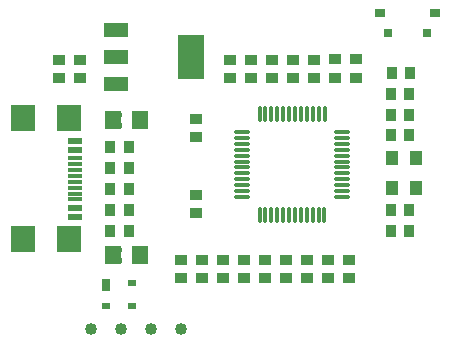
<source format=gtp>
G04*
G04 #@! TF.GenerationSoftware,Altium Limited,Altium Designer,21.2.2 (38)*
G04*
G04 Layer_Color=8421504*
%FSLAX25Y25*%
%MOIN*%
G70*
G04*
G04 #@! TF.SameCoordinates,90EED6A2-F189-4C83-9C70-3762F5BC3ACE*
G04*
G04*
G04 #@! TF.FilePolarity,Positive*
G04*
G01*
G75*
%ADD21R,0.03661X0.03858*%
%ADD22R,0.02756X0.02362*%
%ADD23R,0.02756X0.04331*%
%ADD24R,0.03858X0.03661*%
%ADD25R,0.09055X0.14961*%
%ADD26R,0.07874X0.04724*%
%ADD27R,0.05256X0.05906*%
%ADD28R,0.03543X0.03150*%
%ADD29R,0.03150X0.03150*%
%ADD30R,0.04331X0.05118*%
%ADD31O,0.05906X0.01063*%
%ADD32O,0.01063X0.05906*%
%ADD33R,0.07874X0.08583*%
%ADD34R,0.04528X0.02362*%
%ADD35R,0.04528X0.01181*%
G04:AMPARAMS|DCode=36|XSize=40mil|YSize=40mil|CornerRadius=20mil|HoleSize=0mil|Usage=FLASHONLY|Rotation=0.000|XOffset=0mil|YOffset=0mil|HoleType=Round|Shape=RoundedRectangle|*
%AMROUNDEDRECTD36*
21,1,0.04000,0.00000,0,0,0.0*
21,1,0.00000,0.04000,0,0,0.0*
1,1,0.04000,0.00000,0.00000*
1,1,0.04000,0.00000,0.00000*
1,1,0.04000,0.00000,0.00000*
1,1,0.04000,0.00000,0.00000*
%
%ADD36ROUNDEDRECTD36*%
G36*
X38405Y31059D02*
Y36099D01*
X38602Y36295D01*
X43130D01*
X43327Y36099D01*
X43347Y34484D01*
X41575D01*
Y32713D01*
X43307D01*
X43327Y31059D01*
X43130Y30862D01*
X38602D01*
X38405Y31059D01*
D02*
G37*
G36*
X46870D02*
X46870Y32713D01*
X48622D01*
Y34484D01*
X46890D01*
X46870Y36099D01*
X47067Y36295D01*
X51594D01*
X51791Y36099D01*
Y31059D01*
X51594Y30862D01*
X47067D01*
X46870Y31059D01*
D02*
G37*
G36*
X38405Y76059D02*
Y81099D01*
X38602Y81295D01*
X43130D01*
X43327Y81099D01*
X43347Y79484D01*
X41575D01*
Y77713D01*
X43307D01*
X43327Y76059D01*
X43130Y75862D01*
X38602D01*
X38405Y76059D01*
D02*
G37*
G36*
X46870D02*
X46870Y77713D01*
X48622D01*
Y79484D01*
X46890D01*
X46870Y81099D01*
X47067Y81295D01*
X51594D01*
X51791Y81099D01*
Y76059D01*
X51594Y75862D01*
X47067D01*
X46870Y76059D01*
D02*
G37*
D21*
X45531Y41500D02*
D03*
X39469D02*
D03*
X45531Y48500D02*
D03*
X39469D02*
D03*
X45531Y69500D02*
D03*
X39469D02*
D03*
X39469Y62500D02*
D03*
X45531D02*
D03*
X39469Y55500D02*
D03*
X45531D02*
D03*
X139032Y87250D02*
D03*
X132968D02*
D03*
X132968Y80250D02*
D03*
X139032D02*
D03*
X139281Y94250D02*
D03*
X133219D02*
D03*
X133012Y48532D02*
D03*
X139075D02*
D03*
X133012Y73532D02*
D03*
X139075D02*
D03*
X132968Y41500D02*
D03*
X139032D02*
D03*
D22*
X46830Y24240D02*
D03*
Y16760D02*
D03*
X38169D02*
D03*
D23*
Y23453D02*
D03*
D24*
X68000Y53531D02*
D03*
Y47469D02*
D03*
X86500Y92468D02*
D03*
Y98531D02*
D03*
X79500Y92468D02*
D03*
Y98531D02*
D03*
X29500Y92469D02*
D03*
Y98532D02*
D03*
X22500Y92469D02*
D03*
Y98532D02*
D03*
X98000Y32032D02*
D03*
Y25969D02*
D03*
X84000Y32032D02*
D03*
Y25969D02*
D03*
X70000Y32032D02*
D03*
Y25969D02*
D03*
X91000Y32032D02*
D03*
Y25969D02*
D03*
X77000Y32032D02*
D03*
Y25969D02*
D03*
X63000Y25969D02*
D03*
Y32032D02*
D03*
X105000Y25969D02*
D03*
Y32032D02*
D03*
X112000Y25969D02*
D03*
Y32032D02*
D03*
X68000Y72969D02*
D03*
Y79031D02*
D03*
X93500Y92469D02*
D03*
Y98532D02*
D03*
X100500Y98532D02*
D03*
Y92469D02*
D03*
X107500Y92469D02*
D03*
Y98532D02*
D03*
X114500Y98782D02*
D03*
Y92718D02*
D03*
X121500Y92718D02*
D03*
Y98782D02*
D03*
X119000Y25969D02*
D03*
Y32032D02*
D03*
D25*
X66500Y99500D02*
D03*
D26*
X41500D02*
D03*
Y90445D02*
D03*
Y108555D02*
D03*
D27*
X49498Y33500D02*
D03*
X40502D02*
D03*
X49498Y78500D02*
D03*
X40502D02*
D03*
D28*
X129400Y114300D02*
D03*
X147510D02*
D03*
D29*
X145089Y107449D02*
D03*
X131900D02*
D03*
D30*
X133300Y65800D02*
D03*
X141200D02*
D03*
X133300Y56100D02*
D03*
X141200D02*
D03*
D31*
X116747Y52941D02*
D03*
Y54911D02*
D03*
Y56878D02*
D03*
Y58848D02*
D03*
Y60815D02*
D03*
Y62785D02*
D03*
Y64752D02*
D03*
Y66721D02*
D03*
Y68689D02*
D03*
Y70658D02*
D03*
Y72626D02*
D03*
Y74595D02*
D03*
X83284D02*
D03*
Y72626D02*
D03*
Y70658D02*
D03*
Y68689D02*
D03*
Y66721D02*
D03*
Y64752D02*
D03*
Y62785D02*
D03*
Y60815D02*
D03*
Y58848D02*
D03*
Y56878D02*
D03*
Y54911D02*
D03*
Y52941D02*
D03*
D32*
X110843Y80501D02*
D03*
X108874Y80500D02*
D03*
X106906Y80501D02*
D03*
X104937Y80500D02*
D03*
X102969Y80501D02*
D03*
X101000Y80500D02*
D03*
X99032Y80501D02*
D03*
X97063Y80500D02*
D03*
X95095Y80501D02*
D03*
X93126Y80500D02*
D03*
X91158Y80501D02*
D03*
X89189Y80500D02*
D03*
X89188Y47036D02*
D03*
X91157Y47037D02*
D03*
X93125Y47036D02*
D03*
X95094Y47037D02*
D03*
X97062Y47036D02*
D03*
X99031Y47037D02*
D03*
X100999Y47036D02*
D03*
X102968Y47036D02*
D03*
X104936Y47036D02*
D03*
X106905Y47036D02*
D03*
X108873Y47036D02*
D03*
X110842Y47036D02*
D03*
D33*
X25545Y79118D02*
D03*
X10191D02*
D03*
X25545Y38882D02*
D03*
X10191D02*
D03*
D34*
X27809Y46402D02*
D03*
Y49354D02*
D03*
Y68646D02*
D03*
Y71599D02*
D03*
D35*
Y52110D02*
D03*
Y54077D02*
D03*
Y56047D02*
D03*
Y58017D02*
D03*
Y59987D02*
D03*
Y61957D02*
D03*
Y63917D02*
D03*
Y65887D02*
D03*
D36*
X63000Y9000D02*
D03*
X53000D02*
D03*
X43000D02*
D03*
X33000D02*
D03*
M02*

</source>
